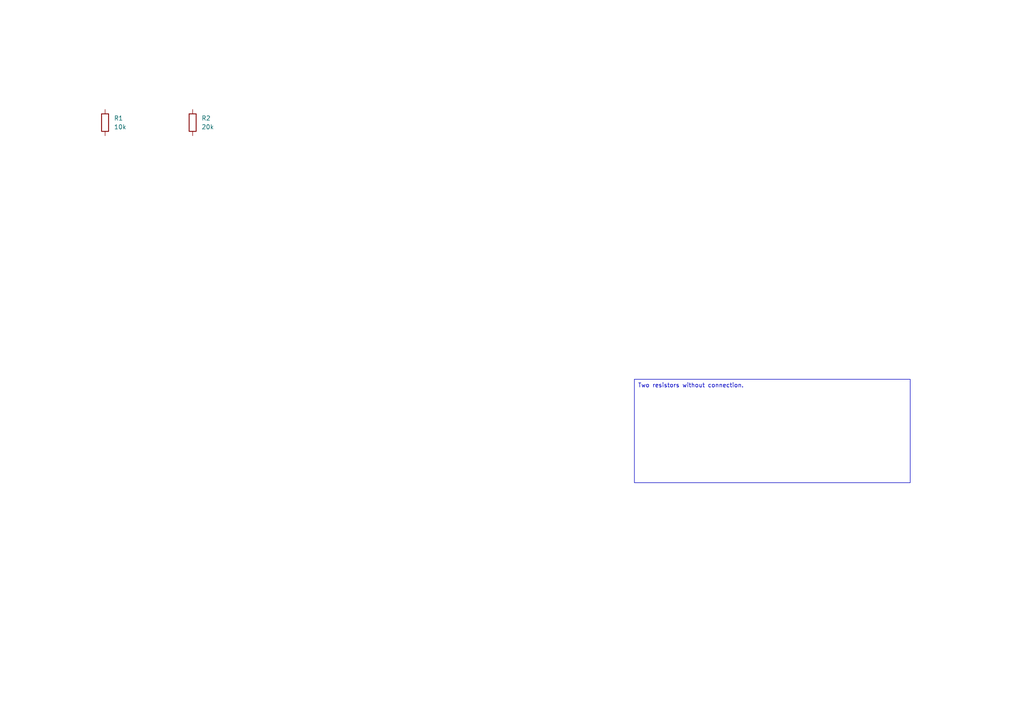
<source format=kicad_sch>
(kicad_sch (version 20250114) (generator "circuit_synth") (generator_version "0.8.36")
  (paper "A4")
  (title_block (title "disconnected_resistors"))
  (lib_symbols
    (symbol "Device:R" (pin_numbers (hide yes)) (pin_names (offset 0))
      (property "Reference" "R" (at 2.032 0 90))
      (property "Value" "R" (at 0 0 90))
      (symbol "R_0_1"
        (rectangle (start -1.016 -2.54) (end 1.016 2.54) (stroke (width 0.254)))
      )
      (symbol "R_1_1"
        (pin passive line (at 0 3.81 270) (length 1.27) (name "~") (number "1"))
        (pin passive line (at 0 -3.81 90) (length 1.27) (name "~") (number "2"))
      )
    )
  )
  (symbol (lib_id "Device:R") (at 30.48 35.56 0) (unit 1)
    (property "Reference" "R1" (at 33.02 34.2899 0) (effects (justify left)))
    (property "Value" "10k" (at 33.02 36.8299 0) (effects (justify left)))
    (property "Footprint" "Resistor_SMD:R_0603_1608Metric" (effects (hide yes)))
    (property "hierarchy_path" "/568bbaa5-bd61-413e-91c8-4bbf883d3c7f" (effects (hide yes)))
    (property "project_name" "disconnected_resistors" (effects (hide yes)))
    (property "root_uuid" "568bbaa5-bd61-413e-91c8-4bbf883d3c7f" (effects (hide yes)))
  )
  (symbol (lib_id "Device:R") (at 55.88 35.56 0) (unit 1)
    (property "Reference" "R2" (at 58.42 34.2899 0) (effects (justify left)))
    (property "Value" "20k" (at 58.42 36.8299 0) (effects (justify left)))
    (property "Footprint" "Resistor_SMD:R_0603_1608Metric" (effects (hide yes)))
    (property "hierarchy_path" "/568bbaa5-bd61-413e-91c8-4bbf883d3c7f" (effects (hide yes)))
    (property "project_name" "disconnected_resistors" (effects (hide yes)))
    (property "root_uuid" "568bbaa5-bd61-413e-91c8-4bbf883d3c7f" (effects (hide yes)))
  )
  (text_box "Two resistors without connection." (at 184 110 0) (size 80 30) (margins 1 1 1 1) (effects (font (size 1.2 1.2)) (justify left top)))
)
</source>
